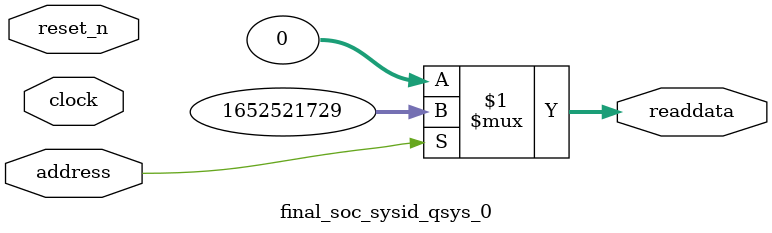
<source format=v>



// synthesis translate_off
`timescale 1ns / 1ps
// synthesis translate_on

// turn off superfluous verilog processor warnings 
// altera message_level Level1 
// altera message_off 10034 10035 10036 10037 10230 10240 10030 

module final_soc_sysid_qsys_0 (
               // inputs:
                address,
                clock,
                reset_n,

               // outputs:
                readdata
             )
;

  output  [ 31: 0] readdata;
  input            address;
  input            clock;
  input            reset_n;

  wire    [ 31: 0] readdata;
  //control_slave, which is an e_avalon_slave
  assign readdata = address ? 1652521729 : 0;

endmodule



</source>
